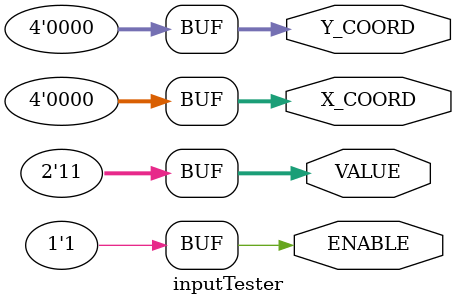
<source format=v>
module inputTester(
X_COORD,
Y_COORD,
VALUE,
ENABLE
);

output	[3:0]	X_COORD;
output	[3:0]	Y_COORD;
output	[1:0] VALUE;
output	ENABLE;

wire	[3:0]	X_COORD;
wire	[3:0]	Y_COORD;
wire	[1:0] VALUE;
wire	ENABLE;



assign X_COORD = 4'b0;
assign Y_COORD = 4'b0;
assign VALUE = 2'b11;
assign ENABLE = 1;




endmodule
</source>
